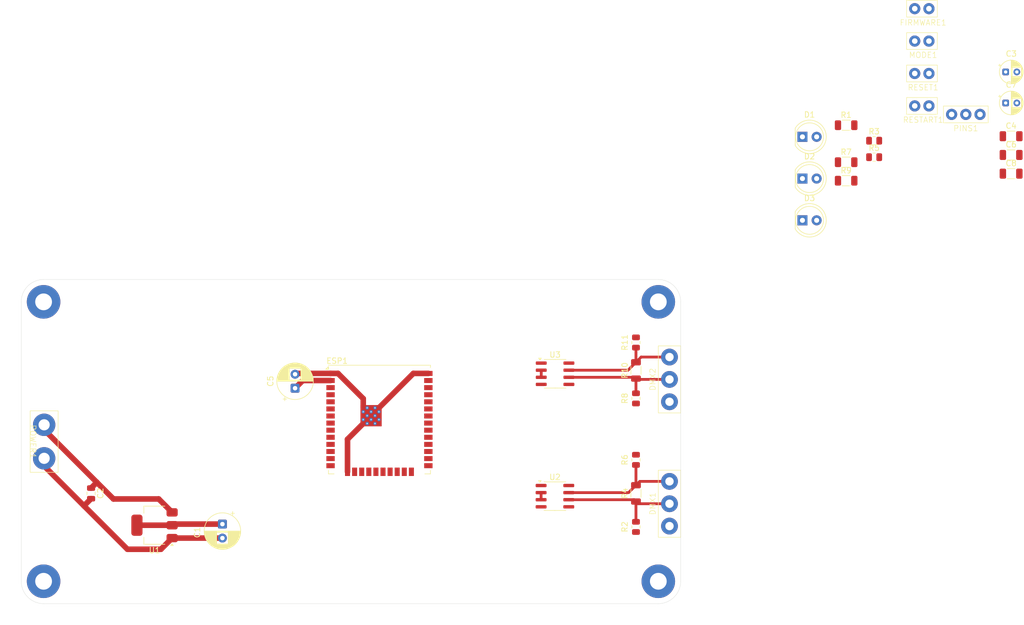
<source format=kicad_pcb>
(kicad_pcb (version 20241229) (generator "pcbnew") (generator_version "9.0")
  (layers (0 "F.Cu" signal) (2 "B.Cu" signal) (13 "F.Paste" user) (15 "B.Paste" user) (5 "F.SilkS" user "F.Silkscreen") (7 "B.SilkS" user "B.Silkscreen") (1 "F.Mask" user) (3 "B.Mask" user) (25 "Edge.Cuts" user))
  (net 0 "")
  (net 1 "GND")
  (net 2 "Net-(ESP1-VDD)")
  (net 3 "Net-(POWER1-+)")
  (net 4 "Net-(C6-Pad2)")
  (net 5 "Net-(D2-A)")
  (net 6 "Net-(D3-A)")
  (net 7 "Net-(D1-A)")
  (net 8 "Net-(U3-A)")
  (net 9 "Net-(U3-B)")
  (net 10 "Net-(U2-B)")
  (net 11 "Net-(U2-A)")
  (net 12 "Net-(ESP1-IO33)")
  (net 15 "Net-(ESP1-TXD0{slash}IO1)")
  (net 17 "Net-(ESP1-IO21)")
  (net 18 "Net-(ESP1-IO17)")
  (net 19 "Net-(ESP1-IO32)")
  (net 20 "Net-(ESP1-IO14)")
  (net 22 "Net-(ESP1-IO0)")
  (net 23 "Net-(ESP1-EN)")
  (net 24 "Net-(ESP1-IO22)")
  (net 27 "Net-(ESP1-IO34)")
  (net 31 "Net-(ESP1-RXD0{slash}IO3)")
  (net 34 "Net-(ESP1-IO16)")
  (net 41 "Net-(ESP1-IO23)")
  (net 44 "Net-(ESP1-IO4)")
  (footprint "Resistor_SMD:R_0805_2012Metric" (layer "F.Cu") (at 238.62 56.34)
    (property "Reference" "R5" (at 0 -1.65 0) (layer "F.SilkS"))
    (property "Value" "10k")
    (pad "1" smd roundrect (at -0.9125 0) (size 1.025 1.4) (layers "F.Cu" "F.Mask" "F.Paste") (roundrect_rratio 0.243902) (net 23 "Net-(ESP1-EN)"))
    (pad "2" smd roundrect (at 0.9125 0) (size 1.025 1.4) (layers "F.Cu" "F.Mask" "F.Paste") (roundrect_rratio 0.243902) (net 2 "Net-(ESP1-VDD)"))
  )
  (footprint "User_Library:3pin_3-1.5mm" (layer "F.Cu") (at 204 118.354166 90)
    (property "Reference" "DMX1" (at 0 -5 90) (layer "F.SilkS") (effects (font (thickness 0.1))))
    (property "Value" "XLR3" (hide yes))
    (pad "1" thru_hole circle (at -4 -2 90) (size 3 3) (drill 1.5) (layers "*.Cu" "*.Mask") (net 1 "GND"))
    (pad "2" thru_hole circle (at 0 -2 90) (size 3 3) (drill 1.5) (layers "*.Cu" "*.Mask") (net 11 "Net-(U2-A)"))
    (pad "3" thru_hole circle (at 4 -2 90) (size 3 3) (drill 1.5) (layers "*.Cu" "*.Mask") (net 10 "Net-(U2-B)"))
  )
  (footprint "User_Library:2pin_2-1mm" (layer "F.Cu") (at 87.6 107.23 -90)
    (property "Reference" "POWER1" (at 0 -0.5 270) (layer "F.SilkS") (effects (font (thickness 0.1))))
    (property "Value" "5V" (hide yes))
    (pad "1" thru_hole circle (at -3 -2.5 270) (size 4 4) (drill 2) (layers "*.Cu" "*.Mask") (net 3 "Net-(POWER1-+)"))
    (pad "2" thru_hole circle (at 3 -2.5 270) (size 4 4) (drill 2) (layers "*.Cu" "*.Mask") (net 1 "GND"))
  )
  (footprint "Resistor_SMD:R_1206_3216Metric" (layer "F.Cu") (at 196 94.5 -90)
    (property "Reference" "R10" (at 0 2 90) (layer "F.SilkS"))
    (property "Value" "120" (hide yes))
    (pad "1" smd roundrect (at -1.4625 0 270) (size 1.125 1.75) (layers "F.Cu" "F.Mask" "F.Paste") (roundrect_rratio 0.222222) (net 9 "Net-(U3-B)"))
    (pad "2" smd roundrect (at 1.4625 0 270) (size 1.125 1.75) (layers "F.Cu" "F.Mask" "F.Paste") (roundrect_rratio 0.222222) (net 8 "Net-(U3-A)"))
  )
  (footprint "Resistor_SMD:R_0805_2012Metric" (layer "F.Cu") (at 196 110.5 -90)
    (property "Reference" "R6" (at 0 2 90) (layer "F.SilkS"))
    (property "Value" "10k" (hide yes))
    (pad "1" smd roundrect (at -0.9125 0 270) (size 1.025 1.4) (layers "F.Cu" "F.Mask" "F.Paste") (roundrect_rratio 0.243902) (net 1 "GND"))
    (pad "2" smd roundrect (at 0.9125 0 270) (size 1.025 1.4) (layers "F.Cu" "F.Mask" "F.Paste") (roundrect_rratio 0.243902) (net 10 "Net-(U2-B)"))
  )
  (footprint "Resistor_SMD:R_0805_2012Metric" (layer "F.Cu") (at 196 122.5 -90)
    (property "Reference" "R2" (at 0 2 90) (layer "F.SilkS"))
    (property "Value" "10k" (hide yes))
    (pad "1" smd roundrect (at -0.9125 0 270) (size 1.025 1.4) (layers "F.Cu" "F.Mask" "F.Paste") (roundrect_rratio 0.243902) (net 11 "Net-(U2-A)"))
    (pad "2" smd roundrect (at 0.9125 0 270) (size 1.025 1.4) (layers "F.Cu" "F.Mask" "F.Paste") (roundrect_rratio 0.243902) (net 2 "Net-(ESP1-VDD)"))
  )
  (footprint "Capacitor_SMD:C_1206_3216Metric" (layer "F.Cu") (at 263.13 52.59)
    (property "Reference" "C4" (at 0 -1.85 0) (layer "F.SilkS"))
    (property "Value" "0.1u")
    (pad "1" smd roundrect (at -1.475 0) (size 1.15 1.8) (layers "F.Cu" "F.Mask" "F.Paste") (roundrect_rratio 0.217391) (net 2 "Net-(ESP1-VDD)"))
    (pad "2" smd roundrect (at 1.475 0) (size 1.15 1.8) (layers "F.Cu" "F.Mask" "F.Paste") (roundrect_rratio 0.217391) (net 1 "GND"))
  )
  (footprint "Package_SO:SOIC-8_3.9x4.9mm_P1.27mm" (layer "F.Cu") (at 181.5 117)
    (property "Reference" "U2" (at 0 -3.4 0) (layer "F.SilkS"))
    (property "Value" "SP3485EN")
    (pad "1" smd roundrect (at -2.475 -1.905) (size 1.95 0.6) (layers "F.Cu" "F.Mask" "F.Paste") (net 34 "Net-(ESP1-IO16)"))
    (pad "2" smd roundrect (at -2.475 -0.635) (size 1.95 0.6) (layers "F.Cu" "F.Mask" "F.Paste") (net 20 "Net-(ESP1-IO14)"))
    (pad "3" smd roundrect (at -2.475 0.635) (size 1.95 0.6) (layers "F.Cu" "F.Mask" "F.Paste") (net 20 "Net-(ESP1-IO14)"))
    (pad "4" smd roundrect (at -2.475 1.905) (size 1.95 0.6) (layers "F.Cu" "F.Mask" "F.Paste") (net 18 "Net-(ESP1-IO17)"))
    (pad "5" smd roundrect (at 2.475 1.905) (size 1.95 0.6) (layers "F.Cu" "F.Mask" "F.Paste") (net 1 "GND"))
    (pad "6" smd roundrect (at 2.475 0.635) (size 1.95 0.6) (layers "F.Cu" "F.Mask" "F.Paste") (net 11 "Net-(U2-A)"))
    (pad "7" smd roundrect (at 2.475 -0.635) (size 1.95 0.6) (layers "F.Cu" "F.Mask" "F.Paste") (net 10 "Net-(U2-B)"))
    (pad "8" smd roundrect (at 2.475 -1.905) (size 1.95 0.6) (layers "F.Cu" "F.Mask" "F.Paste") (net 2 "Net-(ESP1-VDD)"))
  )
  (footprint "Resistor_SMD:R_1206_3216Metric" (layer "F.Cu") (at 196 116.5 -90)
    (property "Reference" "R4" (at 0 2 90) (layer "F.SilkS"))
    (property "Value" "120" (hide yes))
    (pad "1" smd roundrect (at -1.4625 0 270) (size 1.125 1.75) (layers "F.Cu" "F.Mask" "F.Paste") (roundrect_rratio 0.222222) (net 10 "Net-(U2-B)"))
    (pad "2" smd roundrect (at 1.4625 0 270) (size 1.125 1.75) (layers "F.Cu" "F.Mask" "F.Paste") (roundrect_rratio 0.222222) (net 11 "Net-(U2-A)"))
  )
  (footprint "User_Library:3pin_3-1.5mm" (layer "F.Cu") (at 204 96.106172 90)
    (property "Reference" "DMX2" (at 0 -5 90) (layer "F.SilkS") (effects (font (thickness 0.1))))
    (property "Value" "XLR3" (hide yes))
    (pad "1" thru_hole circle (at -4 -2 90) (size 3 3) (drill 1.5) (layers "*.Cu" "*.Mask") (net 1 "GND"))
    (pad "2" thru_hole circle (at 0 -2 90) (size 3 3) (drill 1.5) (layers "*.Cu" "*.Mask") (net 8 "Net-(U3-A)"))
    (pad "3" thru_hole circle (at 4 -2 90) (size 3 3) (drill 1.5) (layers "*.Cu" "*.Mask") (net 9 "Net-(U3-B)"))
  )
  (footprint "Resistor_SMD:R_0805_2012Metric" (layer "F.Cu") (at 238.62 53.39)
    (property "Reference" "R3" (at 0 -1.65 0) (layer "F.SilkS"))
    (property "Value" "10k")
    (pad "1" smd roundrect (at -0.9125 0) (size 1.025 1.4) (layers "F.Cu" "F.Mask" "F.Paste") (roundrect_rratio 0.243902) (net 22 "Net-(ESP1-IO0)"))
    (pad "2" smd roundrect (at 0.9125 0) (size 1.025 1.4) (layers "F.Cu" "F.Mask" "F.Paste") (roundrect_rratio 0.243902) (net 2 "Net-(ESP1-VDD)"))
  )
  (footprint "Resistor_SMD:R_1206_3216Metric" (layer "F.Cu") (at 233.61 50.62)
    (property "Reference" "R1" (at 0 -1.83 0) (layer "F.SilkS"))
    (property "Value" "150")
    (pad "1" smd roundrect (at -1.4625 0) (size 1.125 1.75) (layers "F.Cu" "F.Mask" "F.Paste") (roundrect_rratio 0.222222) (net 3 "Net-(POWER1-+)"))
    (pad "2" smd roundrect (at 1.4625 0) (size 1.125 1.75) (layers "F.Cu" "F.Mask" "F.Paste") (roundrect_rratio 0.222222) (net 7 "Net-(D1-A)"))
  )
  (footprint "Capacitor_SMD:C_1206_3216Metric" (layer "F.Cu") (at 263.13 55.94)
    (property "Reference" "C6" (at 0 -1.85 0) (layer "F.SilkS"))
    (property "Value" "0.1u")
    (pad "1" smd roundrect (at -1.475 0) (size 1.15 1.8) (layers "F.Cu" "F.Mask" "F.Paste") (roundrect_rratio 0.217391) (net 1 "GND"))
    (pad "2" smd roundrect (at 1.475 0) (size 1.15 1.8) (layers "F.Cu" "F.Mask" "F.Paste") (roundrect_rratio 0.217391) (net 4 "Net-(C6-Pad2)"))
  )
  (footprint "Package_SO:SOIC-8_3.9x4.9mm_P1.27mm" (layer "F.Cu") (at 181.525 95.095)
    (property "Reference" "U3" (at 0 -3.4 0) (layer "F.SilkS"))
    (property "Value" "SP3485EN")
    (pad "1" smd roundrect (at -2.475 -1.905) (size 1.95 0.6) (layers "F.Cu" "F.Mask" "F.Paste") (net 27 "Net-(ESP1-IO34)"))
    (pad "2" smd roundrect (at -2.475 -0.635) (size 1.95 0.6) (layers "F.Cu" "F.Mask" "F.Paste") (net 17 "Net-(ESP1-IO21)"))
    (pad "3" smd roundrect (at -2.475 0.635) (size 1.95 0.6) (layers "F.Cu" "F.Mask" "F.Paste") (net 17 "Net-(ESP1-IO21)"))
    (pad "4" smd roundrect (at -2.475 1.905) (size 1.95 0.6) (layers "F.Cu" "F.Mask" "F.Paste") (net 24 "Net-(ESP1-IO22)"))
    (pad "5" smd roundrect (at 2.475 1.905) (size 1.95 0.6) (layers "F.Cu" "F.Mask" "F.Paste") (net 1 "GND"))
    (pad "6" smd roundrect (at 2.475 0.635) (size 1.95 0.6) (layers "F.Cu" "F.Mask" "F.Paste") (net 8 "Net-(U3-A)"))
    (pad "7" smd roundrect (at 2.475 -0.635) (size 1.95 0.6) (layers "F.Cu" "F.Mask" "F.Paste") (net 9 "Net-(U3-B)"))
    (pad "8" smd roundrect (at 2.475 -1.905) (size 1.95 0.6) (layers "F.Cu" "F.Mask" "F.Paste") (net 2 "Net-(ESP1-VDD)"))
  )
  (footprint "LED_THT:LED_D5.0mm_Clear" (layer "F.Cu") (at 225.79 67.64)
    (property "Reference" "D3" (at 1.27 -3.96 0) (layer "F.SilkS"))
    (property "Value" "LED")
    (pad "1" thru_hole rect (at 0 0) (size 1.8 1.8) (drill 0.9) (layers "*.Cu" "*.Mask") (net 1 "GND"))
    (pad "2" thru_hole circle (at 2.54 0) (size 1.8 1.8) (drill 0.9) (layers "*.Cu" "*.Mask") (net 6 "Net-(D3-A)"))
  )
  (footprint "RF_Module:ESP32-WROOM-32U" (layer "F.Cu") (at 150.1 103.29)
    (property "Reference" "ESP1" (at -7.58 -10.5 180) (layer "F.SilkS"))
    (property "Value" "ESP32-WROOM-32U")
    (pad "1" smd rect (at -8.75 -8.255) (size 1.5 0.9) (layers "F.Cu" "F.Mask" "F.Paste") (net 1 "GND"))
    (pad "2" smd rect (at -8.75 -6.985) (size 1.5 0.9) (layers "F.Cu" "F.Mask" "F.Paste") (net 2 "Net-(ESP1-VDD)"))
    (pad "3" smd rect (at -8.75 -5.715) (size 1.5 0.9) (layers "F.Cu" "F.Mask" "F.Paste") (net 23 "Net-(ESP1-EN)"))
    (pad "4" smd rect (at -8.75 -4.445) (size 1.5 0.9) (layers "F.Cu" "F.Mask" "F.Paste"))
    (pad "5" smd rect (at -8.75 -3.175) (size 1.5 0.9) (layers "F.Cu" "F.Mask" "F.Paste"))
    (pad "6" smd rect (at -8.75 -1.905) (size 1.5 0.9) (layers "F.Cu" "F.Mask" "F.Paste") (net 27 "Net-(ESP1-IO34)"))
    (pad "7" smd rect (at -8.75 -0.635) (size 1.5 0.9) (layers "F.Cu" "F.Mask" "F.Paste"))
    (pad "8" smd rect (at -8.75 0.635) (size 1.5 0.9) (layers "F.Cu" "F.Mask" "F.Paste") (net 19 "Net-(ESP1-IO32)"))
    (pad "9" smd rect (at -8.75 1.905) (size 1.5 0.9) (layers "F.Cu" "F.Mask" "F.Paste") (net 12 "Net-(ESP1-IO33)"))
    (pad "10" smd rect (at -8.75 3.175) (size 1.5 0.9) (layers "F.Cu" "F.Mask" "F.Paste"))
    (pad "11" smd rect (at -8.75 4.445) (size 1.5 0.9) (layers "F.Cu" "F.Mask" "F.Paste"))
    (pad "12" smd rect (at -8.75 5.715) (size 1.5 0.9) (layers "F.Cu" "F.Mask" "F.Paste"))
    (pad "13" smd rect (at -8.75 6.985) (size 1.5 0.9) (layers "F.Cu" "F.Mask" "F.Paste") (net 20 "Net-(ESP1-IO14)"))
    (pad "14" smd rect (at -8.75 8.255) (size 1.5 0.9) (layers "F.Cu" "F.Mask" "F.Paste"))
    (pad "15" smd rect (at -5.715 9.35 90) (size 1.5 0.9) (layers "F.Cu" "F.Mask" "F.Paste") (net 1 "GND"))
    (pad "16" smd rect (at -4.445 9.35 90) (size 1.5 0.9) (layers "F.Cu" "F.Mask" "F.Paste"))
    (pad "17" smd rect (at -3.175 9.35 90) (size 1.5 0.9) (layers "F.Cu" "F.Mask" "F.Paste"))
    (pad "18" smd rect (at -1.905 9.35 90) (size 1.5 0.9) (layers "F.Cu" "F.Mask" "F.Paste"))
    (pad "19" smd rect (at -0.635 9.35 90) (size 1.5 0.9) (layers "F.Cu" "F.Mask" "F.Paste"))
    (pad "20" smd rect (at 0.635 9.35 90) (size 1.5 0.9) (layers "F.Cu" "F.Mask" "F.Paste"))
    (pad "21" smd rect (at 1.905 9.35 90) (size 1.5 0.9) (layers "F.Cu" "F.Mask" "F.Paste"))
    (pad "22" smd rect (at 3.175 9.35 90) (size 1.5 0.9) (layers "F.Cu" "F.Mask" "F.Paste"))
    (pad "23" smd rect (at 4.445 9.35 90) (size 1.5 0.9) (layers "F.Cu" "F.Mask" "F.Paste"))
    (pad "24" smd rect (at 5.715 9.35 90) (size 1.5 0.9) (layers "F.Cu" "F.Mask" "F.Paste"))
    (pad "25" smd rect (at 8.75 8.255) (size 1.5 0.9) (layers "F.Cu" "F.Mask" "F.Paste") (net 22 "Net-(ESP1-IO0)"))
    (pad "26" smd rect (at 8.75 6.985) (size 1.5 0.9) (layers "F.Cu" "F.Mask" "F.Paste") (net 44 "Net-(ESP1-IO4)"))
    (pad "27" smd rect (at 8.75 5.715) (size 1.5 0.9) (layers "F.Cu" "F.Mask" "F.Paste") (net 34 "Net-(ESP1-IO16)"))
    (pad "28" smd rect (at 8.75 4.445) (size 1.5 0.9) (layers "F.Cu" "F.Mask" "F.Paste") (net 18 "Net-(ESP1-IO17)"))
    (pad "29" smd rect (at 8.75 3.175) (size 1.5 0.9) (layers "F.Cu" "F.Mask" "F.Paste"))
    (pad "30" smd rect (at 8.75 1.905) (size 1.5 0.9) (layers "F.Cu" "F.Mask" "F.Paste"))
    (pad "31" smd rect (at 8.75 0.635) (size 1.5 0.9) (layers "F.Cu" "F.Mask" "F.Paste"))
    (pad "32" smd rect (at 8.75 -0.635) (size 1.5 0.9) (layers "F.Cu" "F.Mask" "F.Paste"))
    (pad "33" smd rect (at 8.75 -1.905) (size 1.5 0.9) (layers "F.Cu" "F.Mask" "F.Paste") (net 17 "Net-(ESP1-IO21)"))
    (pad "34" smd rect (at 8.75 -3.175) (size 1.5 0.9) (layers "F.Cu" "F.Mask" "F.Paste") (net 31 "Net-(ESP1-RXD0{slash}IO3)"))
    (pad "35" smd rect (at 8.75 -4.445) (size 1.5 0.9) (layers "F.Cu" "F.Mask" "F.Paste") (net 15 "Net-(ESP1-TXD0{slash}IO1)"))
    (pad "36" smd rect (at 8.75 -5.715) (size 1.5 0.9) (layers "F.Cu" "F.Mask" "F.Paste") (net 24 "Net-(ESP1-IO22)"))
    (pad "37" smd rect (at 8.75 -6.985) (size 1.5 0.9) (layers "F.Cu" "F.Mask" "F.Paste") (net 41 "Net-(ESP1-IO23)"))
    (pad "38" smd rect (at 8.75 -8.255) (size 1.5 0.9) (layers "F.Cu" "F.Mask" "F.Paste") (net 1 "GND"))
    (pad "39" smd rect (at -2.9 -2.09) (size 0.9 0.9) (layers "F.Cu" "F.Paste") (net 1 "GND"))
    (pad "39" thru_hole circle (at -2.9 -1.39) (size 0.6 0.6) (drill 0.2) (property pad_prop_heatsink) (layers "*.Cu" "F.Mask") (net 1 "GND"))
    (pad "39" smd rect (at -2.9 -0.69) (size 0.9 0.9) (layers "F.Cu" "F.Paste") (net 1 "GND"))
    (pad "39" thru_hole circle (at -2.9 0.01) (size 0.6 0.6) (drill 0.2) (property pad_prop_heatsink) (layers "*.Cu" "F.Mask") (net 1 "GND"))
    (pad "39" smd rect (at -2.9 0.71) (size 0.9 0.9) (layers "F.Cu" "F.Paste") (net 1 "GND"))
    (pad "39" thru_hole circle (at -2.2 -2.09) (size 0.6 0.6) (drill 0.2) (property pad_prop_heatsink) (layers "*.Cu" "F.Mask") (net 1 "GND"))
    (pad "39" thru_hole circle (at -2.2 -0.69) (size 0.6 0.6) (drill 0.2) (property pad_prop_heatsink) (layers "*.Cu" "F.Mask") (net 1 "GND"))
    (pad "39" thru_hole circle (at -2.2 0.71) (size 0.6 0.6) (drill 0.2) (property pad_prop_heatsink) (layers "*.Cu" "F.Mask") (net 1 "GND"))
    (pad "39" smd rect (at -1.5 -2.09) (size 0.9 0.9) (layers "F.Cu" "F.Paste") (net 1 "GND"))
    (pad "39" thru_hole circle (at -1.5 -1.39) (size 0.6 0.6) (drill 0.2) (property pad_prop_heatsink) (layers "*.Cu" "F.Mask") (net 1 "GND"))
    (pad "39" smd rect (at -1.5 -0.69) (size 0.9 0.9) (layers "F.Cu" "F.Paste") (net 1 "GND"))
    (pad "39" smd rect (at -1.5 -0.69) (size 3.8 3.8) (property pad_prop_heatsink) (layers "F.Cu" "F.Mask") (net 1 "GND"))
    (pad "39" thru_hole circle (at -1.5 0.01) (size 0.6 0.6) (drill 0.2) (property pad_prop_heatsink) (layers "*.Cu" "F.Mask") (net 1 "GND"))
    (pad "39" smd rect (at -1.5 0.71) (size 0.9 0.9) (layers "F.Cu" "F.Paste") (net 1 "GND"))
    (pad "39" thru_hole circle (at -0.8 -2.09) (size 0.6 0.6) (drill 0.2) (property pad_prop_heatsink) (layers "*.Cu" "F.Mask") (net 1 "GND"))
    (pad "39" thru_hole circle (at -0.8 -0.69) (size 0.6 0.6) (drill 0.2) (property pad_prop_heatsink) (layers "*.Cu" "F.Mask") (net 1 "GND"))
    (pad "39" thru_hole circle (at -0.8 0.71) (size 0.6 0.6) (drill 0.2) (property pad_prop_heatsink) (layers "*.Cu" "F.Mask") (net 1 "GND"))
    (pad "39" smd rect (at -0.1 -2.09) (size 0.9 0.9) (layers "F.Cu" "F.Paste") (net 1 "GND"))
    (pad "39" thru_hole circle (at -0.1 -1.39) (size 0.6 0.6) (drill 0.2) (property pad_prop_heatsink) (layers "*.Cu" "F.Mask") (net 1 "GND"))
    (pad "39" smd rect (at -0.1 -0.69) (size 0.9 0.9) (layers "F.Cu" "F.Paste") (net 1 "GND"))
    (pad "39" thru_hole circle (at -0.1 0.01) (size 0.6 0.6) (drill 0.2) (property pad_prop_heatsink) (layers "*.Cu" "F.Mask") (net 1 "GND"))
    (pad "39" smd rect (at -0.1 0.71) (size 0.9 0.9) (layers "F.Cu" "F.Paste") (net 1 "GND"))
  )
  (footprint "User_Library:2pin_2-1-2.54mm" (layer "F.Cu") (at 246.884943 32.765)
    (property "Reference" "FIRMWARE1" (at 0.5 -0.5 0) (layer "F.SilkS") (effects (font (thickness 0.1))))
    (property "Value" "SW_Push")
    (pad "1" thru_hole circle (at -1 -3) (size 2 2) (drill 1) (layers "*.Cu" "*.Mask") (net 22 "Net-(ESP1-IO0)"))
    (pad "2" thru_hole circle (at 1.540057 -3) (size 2 2) (drill 1) (layers "*.Cu" "*.Mask") (net 1 "GND"))
  )
  (footprint "Capacitor_SMD:C_1206_3216Metric" (layer "F.Cu") (at 263.13 59.29)
    (property "Reference" "C8" (at 0 -1.85 0) (layer "F.SilkS"))
    (property "Value" "0.1u")
    (pad "1" smd roundrect (at -1.475 0) (size 1.15 1.8) (layers "F.Cu" "F.Mask" "F.Paste") (roundrect_rratio 0.217391) (net 2 "Net-(ESP1-VDD)"))
    (pad "2" smd roundrect (at 1.475 0) (size 1.15 1.8) (layers "F.Cu" "F.Mask" "F.Paste") (roundrect_rratio 0.217391) (net 1 "GND"))
  )
  (footprint "LED_THT:LED_D5.0mm_Clear" (layer "F.Cu") (at 225.79 60.17)
    (property "Reference" "D2" (at 1.27 -3.96 0) (layer "F.SilkS"))
    (property "Value" "LED")
    (pad "1" thru_hole rect (at 0 0) (size 1.8 1.8) (drill 0.9) (layers "*.Cu" "*.Mask") (net 1 "GND"))
    (pad "2" thru_hole circle (at 2.54 0) (size 1.8 1.8) (drill 0.9) (layers "*.Cu" "*.Mask") (net 5 "Net-(D2-A)"))
  )
  (footprint "Resistor_SMD:R_0805_2012Metric" (layer "F.Cu") (at 196 99.5 -90)
    (property "Reference" "R8" (at 0 2 90) (layer "F.SilkS"))
    (property "Value" "10k" (hide yes))
    (pad "1" smd roundrect (at -0.9125 0 270) (size 1.025 1.4) (layers "F.Cu" "F.Mask" "F.Paste") (roundrect_rratio 0.243902) (net 8 "Net-(U3-A)"))
    (pad "2" smd roundrect (at 0.9125 0 270) (size 1.025 1.4) (layers "F.Cu" "F.Mask" "F.Paste") (roundrect_rratio 0.243902) (net 2 "Net-(ESP1-VDD)"))
  )
  (footprint "User_Library:2pin_2-1-2.54mm" (layer "F.Cu") (at 246.884943 38.565)
    (property "Reference" "MODE1" (at 0.5 -0.5 0) (layer "F.SilkS") (effects (font (thickness 0.1))))
    (property "Value" "SW_Push")
    (pad "1" thru_hole circle (at -1 -3) (size 2 2) (drill 1) (layers "*.Cu" "*.Mask") (net 1 "GND"))
    (pad "2" thru_hole circle (at 1.540057 -3) (size 2 2) (drill 1) (layers "*.Cu" "*.Mask") (net 19 "Net-(ESP1-IO32)"))
  )
  (footprint "Capacitor_THT:CP_Radial_D4.0mm_P2.00mm" (layer "F.Cu") (at 262.154801 46.64)
    (property "Reference" "C7" (at 1 -3.25 0) (layer "F.SilkS"))
    (property "Value" "10u")
    (pad "1" thru_hole roundrect (at 0 0) (size 1.2 1.2) (drill 0.6) (layers "*.Cu" "*.Mask") (roundrect_rratio 0.208333) (net 2 "Net-(ESP1-VDD)"))
    (pad "2" thru_hole circle (at 2 0) (size 1.2 1.2) (drill 0.6) (layers "*.Cu" "*.Mask") (net 1 "GND"))
  )
  (footprint "Capacitor_SMD:C_0805_2012Metric" (layer "F.Cu") (at 98.5 116.5 -90)
    (property "Reference" "C2" (at 0 -1.68 90) (layer "F.SilkS"))
    (property "Value" "10u" (hide yes))
    (pad "1" smd roundrect (at -0.95 0 270) (size 1 1.45) (layers "F.Cu" "F.Mask" "F.Paste") (net 3 "Net-(POWER1-+)"))
    (pad "2" smd roundrect (at 0.95 0 270) (size 1 1.45) (layers "F.Cu" "F.Mask" "F.Paste") (net 1 "GND"))
  )
  (footprint "Resistor_SMD:R_0805_2012Metric" (layer "F.Cu") (at 196 89.5 -90)
    (property "Reference" "R11" (at 0 2 90) (layer "F.SilkS"))
    (property "Value" "10k" (hide yes))
    (pad "1" smd roundrect (at -0.9125 0 270) (size 1.025 1.4) (layers "F.Cu" "F.Mask" "F.Paste") (roundrect_rratio 0.243902) (net 1 "GND"))
    (pad "2" smd roundrect (at 0.9125 0 270) (size 1.025 1.4) (layers "F.Cu" "F.Mask" "F.Paste") (roundrect_rratio 0.243902) (net 9 "Net-(U3-B)"))
  )
  (footprint "User_Library:2pin_2-1-2.54mm" (layer "F.Cu") (at 246.884943 50.165)
    (property "Reference" "RESTART1" (at 0.5 -0.5 0) (layer "F.SilkS") (effects (font (thickness 0.1))))
    (property "Value" "SW_Push")
    (pad "1" thru_hole circle (at -1 -3) (size 2 2) (drill 1) (layers "*.Cu" "*.Mask") (net 4 "Net-(C6-Pad2)"))
    (pad "2" thru_hole circle (at 1.540057 -3) (size 2 2) (drill 1) (layers "*.Cu" "*.Mask") (net 23 "Net-(ESP1-EN)"))
  )
  (footprint "Capacitor_THT:CP_Radial_D6.3mm_P2.50mm" (layer "F.Cu") (at 122 122 -90)
    (property "Reference" "C1" (at 1.5 4.5 90) (layer "F.SilkS"))
    (property "Value" "22u" (hide yes))
    (pad "1" thru_hole roundrect (at 0 0 270) (size 1.6 1.6) (drill 0.8) (layers "*.Cu" "*.Mask") (roundrect_rratio 0.15625) (net 2 "Net-(ESP1-VDD)"))
    (pad "2" thru_hole circle (at 2.5 0 270) (size 1.6 1.6) (drill 0.8) (layers "*.Cu" "*.Mask") (net 1 "GND"))
  )
  (footprint "LED_THT:LED_D5.0mm_Clear" (layer "F.Cu") (at 225.79 52.7)
    (property "Reference" "D1" (at 1.27 -3.96 0) (layer "F.SilkS"))
    (property "Value" "LED")
    (pad "1" thru_hole rect (at 0 0) (size 1.8 1.8) (drill 0.9) (layers "*.Cu" "*.Mask") (net 1 "GND"))
    (pad "2" thru_hole circle (at 2.54 0) (size 1.8 1.8) (drill 0.9) (layers "*.Cu" "*.Mask") (net 7 "Net-(D1-A)"))
  )
  (footprint "Resistor_SMD:R_1206_3216Metric" (layer "F.Cu") (at 233.61 57.24)
    (property "Reference" "R7" (at 0 -1.83 0) (layer "F.SilkS"))
    (property "Value" "150")
    (pad "1" smd roundrect (at -1.4625 0) (size 1.125 1.75) (layers "F.Cu" "F.Mask" "F.Paste") (roundrect_rratio 0.222222) (net 44 "Net-(ESP1-IO4)"))
    (pad "2" smd roundrect (at 1.4625 0) (size 1.125 1.75) (layers "F.Cu" "F.Mask" "F.Paste") (roundrect_rratio 0.222222) (net 5 "Net-(D2-A)"))
  )
  (footprint "User_Library:2pin_2-1-2.54mm" (layer "F.Cu") (at 246.884943 44.365)
    (property "Reference" "RESET1" (at 0.5 -0.5 0) (layer "F.SilkS") (effects (font (thickness 0.1))))
    (property "Value" "SW_Push")
    (pad "1" thru_hole circle (at -1 -3) (size 2 2) (drill 1) (layers "*.Cu" "*.Mask") (net 12 "Net-(ESP1-IO33)"))
    (pad "2" thru_hole circle (at 1.540057 -3) (size 2 2) (drill 1) (layers "*.Cu" "*.Mask") (net 1 "GND"))
  )
  (footprint "Capacitor_THT:CP_Radial_D4.0mm_P2.00mm" (layer "F.Cu") (at 262.154801 41.09)
    (property "Reference" "C3" (at 1 -3.25 0) (layer "F.SilkS"))
    (property "Value" "10u")
    (pad "1" thru_hole roundrect (at 0 0) (size 1.2 1.2) (drill 0.6) (layers "*.Cu" "*.Mask") (roundrect_rratio 0.208333) (net 2 "Net-(ESP1-VDD)"))
    (pad "2" thru_hole circle (at 2 0) (size 1.2 1.2) (drill 0.6) (layers "*.Cu" "*.Mask") (net 1 "GND"))
  )
  (footprint "User_Library:tx_rx_gnd" (layer "F.Cu") (at 255.025 48.685)
    (property "Reference" "PINS1" (at 0 2.5 0) (layer "F.SilkS") (effects (font (thickness 0.1))))
    (property "Value" "~")
    (pad "1" thru_hole circle (at -2.540149 -0.000915) (size 2 2) (drill 1) (layers "*.Cu" "*.Mask") (net 15 "Net-(ESP1-TXD0{slash}IO1)"))
    (pad "2" thru_hole circle (at 0 0) (size 2 2) (drill 1) (layers "*.Cu" "*.Mask") (net 31 "Net-(ESP1-RXD0{slash}IO3)"))
    (pad "3" thru_hole circle (at 2.540149 0.000915) (size 2 2) (drill 1) (layers "*.Cu" "*.Mask") (net 1 "GND"))
  )
  (footprint "Capacitor_THT:CP_Radial_D6.3mm_P2.50mm" (layer "F.Cu") (at 135 97.68238 90)
    (property "Reference" "C5" (at 1.25 -4.4 90) (layer "F.SilkS"))
    (property "Value" "470u" (hide yes))
    (pad "1" thru_hole roundrect (at 0 0 90) (size 1.6 1.6) (drill 0.8) (layers "*.Cu" "*.Mask") (roundrect_rratio 0.15625) (net 2 "Net-(ESP1-VDD)"))
    (pad "2" thru_hole circle (at 2.5 0 90) (size 1.6 1.6) (drill 0.8) (layers "*.Cu" "*.Mask") (net 1 "GND"))
  )
  (footprint "Resistor_SMD:R_1206_3216Metric" (layer "F.Cu") (at 233.61 60.55)
    (property "Reference" "R9" (at 0 -1.83 0) (layer "F.SilkS"))
    (property "Value" "150")
    (pad "1" smd roundrect (at -1.4625 0) (size 1.125 1.75) (layers "F.Cu" "F.Mask" "F.Paste") (roundrect_rratio 0.222222) (net 41 "Net-(ESP1-IO23)"))
    (pad "2" smd roundrect (at 1.4625 0) (size 1.125 1.75) (layers "F.Cu" "F.Mask" "F.Paste") (roundrect_rratio 0.222222) (net 6 "Net-(D3-A)"))
  )
  (footprint "Package_TO_SOT_SMD:SOT-223-3_TabPin2" (layer "F.Cu") (at 109.85 122.2 180)
    (property "Reference" "U1" (at 0 -4.5 0) (layer "F.SilkS"))
    (property "Value" "AMS1117-3.3")
    (pad "1" smd roundrect (at -3.15 -2.3 180) (size 2 1.5) (layers "F.Cu" "F.Mask" "F.Paste") (net 1 "GND"))
    (pad "2" smd roundrect (at -3.15 0 180) (size 2 1.5) (layers "F.Cu" "F.Mask" "F.Paste") (net 2 "Net-(ESP1-VDD)"))
    (pad "2" smd roundrect (at 3.15 0 180) (size 2 3.8) (layers "F.Cu" "F.Mask" "F.Paste") (net 2 "Net-(ESP1-VDD)"))
    (pad "3" smd roundrect (at -3.15 2.3 180) (size 2 1.5) (layers "F.Cu" "F.Mask" "F.Paste") (net 3 "Net-(POWER1-+)"))
  )
  (gr_line (start 86 132.23) (end 86 82.23) (stroke (width 0.05)) (layer "Edge.Cuts"))
  (gr_line (start 204 82.23) (end 204 132.23) (stroke (width 0.05)) (layer "Edge.Cuts"))
  (gr_arc (start 86 82.23) (mid 87.171573 79.401573) (end 90 78.23) (stroke (width 0.05)) (layer "Edge.Cuts"))
  (gr_line (start 200 136.23) (end 90 136.23) (stroke (width 0.05)) (layer "Edge.Cuts"))
  (gr_line (start 90 78.23) (end 200 78.23) (stroke (width 0.05)) (layer "Edge.Cuts"))
  (gr_arc (start 90 136.23) (mid 87.171573 135.058427) (end 86 132.23) (stroke (width 0.05)) (layer "Edge.Cuts"))
  (gr_arc (start 200 78.23) (mid 202.828427 79.401573) (end 204 82.23) (stroke (width 0.05)) (layer "Edge.Cuts"))
  (gr_arc (start 204 132.23) (mid 202.828427 135.058427) (end 200 136.23) (stroke (width 0.05)) (layer "Edge.Cuts"))
  (via (at 200 82.23) (size 6) (drill 3) (layers "F.Cu" "B.Cu") (net 0))
  (via (at 90 132.23) (size 6) (drill 3) (layers "F.Cu" "B.Cu") (net 0))
  (via (at 200 132.23) (size 6) (drill 3) (layers "F.Cu" "B.Cu") (net 0))
  (via (at 90 82.23) (size 6) (drill 3) (layers "F.Cu" "B.Cu") (net 0))
  (segment (start 144.385 112.64) (end 144.385 106.815) (width 1) (layer "F.Cu") (net 1))
  (segment (start 144.385 106.815) (end 147.2 104) (width 1) (layer "F.Cu") (net 1))
  (segment (start 97.25 118.7) (end 97.25 118.75) (width 1) (layer "F.Cu") (net 1))
  (segment (start 98.5 117.45) (end 97.25 118.7) (width 1) (layer "F.Cu") (net 1))
  (segment (start 141.35 95.035) (end 135.14738 95.035) (width 1) (layer "F.Cu") (net 1))
  (segment (start 156.165 95.035) (end 150 101.2) (width 1) (layer "F.Cu") (net 1))
  (segment (start 113 124.5) (end 111 126.5) (width 1) (layer "F.Cu") (net 1))
  (segment (start 142.682 95.035) (end 147.2 99.553) (width 1) (layer "F.Cu") (net 1))
  (segment (start 135.14738 95.035) (end 135 95.18238) (width 1) (layer "F.Cu") (net 1))
  (segment (start 122 124.5) (end 113 124.5) (width 1) (layer "F.Cu") (net 1))
  (segment (start 147.2 99.553) (end 147.2 101.2) (width 1) (layer "F.Cu") (net 1))
  (segment (start 90.1 111.6) (end 90.1 110.23) (width 1) (layer "F.Cu") (net 1))
  (segment (start 158.85 95.035) (end 156.165 95.035) (width 1) (layer "F.Cu") (net 1))
  (segment (start 141.35 95.035) (end 142.682 95.035) (width 1) (layer "F.Cu") (net 1))
  (segment (start 97.25 118.75) (end 90.1 111.6) (width 1) (layer "F.Cu") (net 1))
  (segment (start 111 126.5) (end 105 126.5) (width 1) (layer "F.Cu") (net 1))
  (segment (start 105 126.5) (end 97.25 118.75) (width 1) (layer "F.Cu") (net 1))
  (segment (start 141.35 96.305) (end 136.37738 96.305) (width 1) (layer "F.Cu") (net 2))
  (segment (start 122 122) (end 113.2 122) (width 1) (layer "F.Cu") (net 2))
  (segment (start 136.37738 96.305) (end 135 97.68238) (width 1) (layer "F.Cu") (net 2))
  (segment (start 113.2 122) (end 113 122.2) (width 1) (layer "F.Cu") (net 2))
  (segment (start 106.7 122.2) (end 113 122.2) (width 1) (layer "F.Cu") (net 2))
  (segment (start 99.5 114.55) (end 99.5 114.5) (width 1) (layer "F.Cu") (net 3))
  (segment (start 99.5 114.5) (end 102.5 117.5) (width 1) (layer "F.Cu") (net 3))
  (segment (start 110.6 117.5) (end 113 119.9) (width 1) (layer "F.Cu") (net 3))
  (segment (start 90.1 105.1) (end 99.5 114.5) (width 1) (layer "F.Cu") (net 3))
  (segment (start 90.1 104.23) (end 90.1 105.1) (width 1) (layer "F.Cu") (net 3))
  (segment (start 98.5 115.55) (end 99.5 114.55) (width 1) (layer "F.Cu") (net 3))
  (segment (start 102.5 117.5) (end 110.6 117.5) (width 1) (layer "F.Cu") (net 3))
  (segment (start 184 95.73) (end 195.7675 95.73) (width 0.5) (layer "F.Cu") (net 8))
  (segment (start 195.7675 95.73) (end 196 95.9625) (width 0.5) (layer "F.Cu") (net 8))
  (segment (start 202 96.106172) (end 196.143672 96.106172) (width 0.5) (layer "F.Cu") (net 8))
  (segment (start 196.143672 96.106172) (end 196 95.9625) (width 0.5) (layer "F.Cu") (net 8))
  (segment (start 196 98.5875) (end 196 95.9625) (width 0.5) (layer "F.Cu") (net 8))
  (segment (start 194.5775 94.46) (end 196 93.0375) (width 0.5) (layer "F.Cu") (net 9))
  (segment (start 196.931328 92.106172) (end 196 93.0375) (width 0.5) (layer "F.Cu") (net 9))
  (segment (start 196 90.4125) (end 196 93.0375) (width 0.5) (layer "F.Cu") (net 9))
  (segment (start 202 92.106172) (end 196.931328 92.106172) (width 0.5) (layer "F.Cu") (net 9))
  (segment (start 184 94.46) (end 194.5775 94.46) (width 0.5) (layer "F.Cu") (net 9))
  (segment (start 202 114.354166) (end 196.683334 114.354166) (width 0.5) (layer "F.Cu") (net 10))
  (segment (start 183.975 116.365) (end 194.6725 116.365) (width 0.5) (layer "F.Cu") (net 10))
  (segment (start 196.683334 114.354166) (end 196 115.0375) (width 0.5) (layer "F.Cu") (net 10))
  (segment (start 194.6725 116.365) (end 196 115.0375) (width 0.5) (layer "F.Cu") (net 10))
  (segment (start 196 111.4125) (end 196 115.0375) (width 0.5) (layer "F.Cu") (net 10))
  (segment (start 202 118.354166) (end 196.391666 118.354166) (width 0.5) (layer "F.Cu") (net 11))
  (segment (start 183.975 117.635) (end 195.6725 117.635) (width 0.5) (layer "F.Cu") (net 11))
  (segment (start 196.391666 118.354166) (end 196 117.9625) (width 0.5) (layer "F.Cu") (net 11))
  (segment (start 196 121.5875) (end 196 117.9625) (width 0.5) (layer "F.Cu") (net 11))
  (segment (start 195.6725 117.635) (end 196 117.9625) (width 0.5) (layer "F.Cu") (net 11))
  (segment (start 179.05 94.46) (end 179.05 95.73) (width 0.5) (layer "F.Cu") (net 17))
  (segment (start 179.025 116.365) (end 179.025 117.635) (width 0.5) (layer "F.Cu") (net 20))
)
</source>
